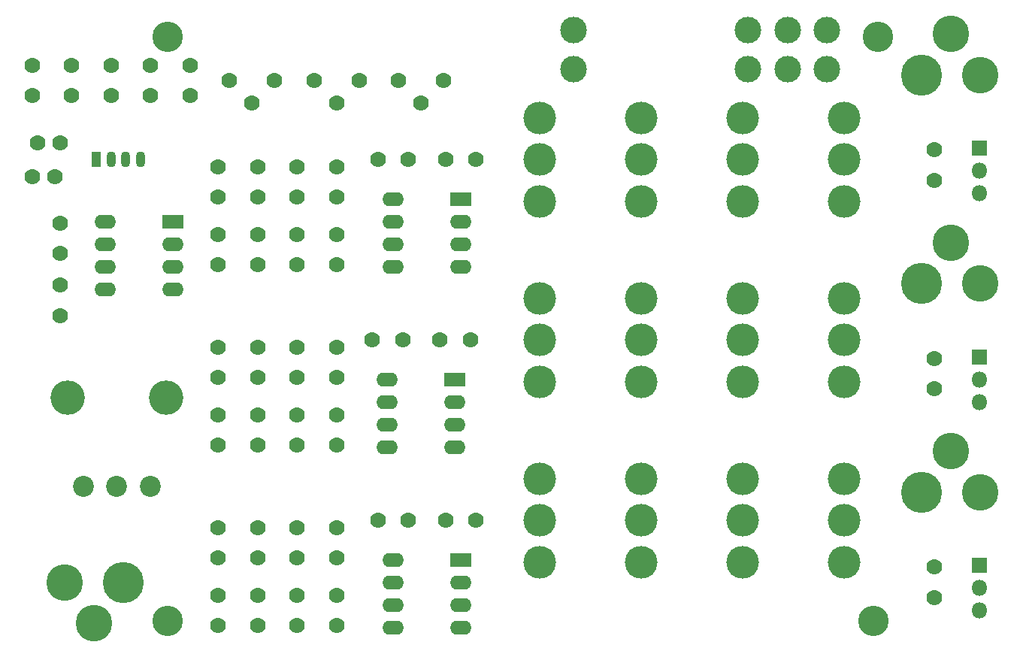
<source format=gbr>
G04 #@! TF.FileFunction,Soldermask,Bot*
%FSLAX46Y46*%
G04 Gerber Fmt 4.6, Leading zero omitted, Abs format (unit mm)*
G04 Created by KiCad (PCBNEW 4.0.6) date 06/23/17 11:54:59*
%MOMM*%
%LPD*%
G01*
G04 APERTURE LIST*
%ADD10C,0.100000*%
%ADD11C,3.429000*%
%ADD12C,1.778000*%
%ADD13R,1.070000X1.800000*%
%ADD14O,1.070000X1.800000*%
%ADD15R,1.800000X1.800000*%
%ADD16O,1.800000X1.800000*%
%ADD17C,2.362200*%
%ADD18C,3.860800*%
%ADD19C,3.000000*%
%ADD20C,1.016000*%
%ADD21R,2.400000X1.600000*%
%ADD22O,2.400000X1.600000*%
%ADD23C,4.114800*%
%ADD24C,4.622800*%
%ADD25C,3.683000*%
G04 APERTURE END LIST*
D10*
D11*
X106680000Y-117348000D03*
X186182000Y-117348000D03*
X186690000Y-51562000D03*
D12*
X94615000Y-63500000D03*
X92075000Y-63500000D03*
D13*
X98679000Y-65405000D03*
D14*
X100330000Y-65405000D03*
X101981000Y-65405000D03*
X103632000Y-65405000D03*
D12*
X91440000Y-67310000D03*
X93980000Y-67310000D03*
D15*
X198120000Y-64135000D03*
D16*
X198120000Y-66675000D03*
X198120000Y-69215000D03*
D15*
X198120000Y-87630000D03*
D16*
X198120000Y-90170000D03*
X198120000Y-92710000D03*
D15*
X198120000Y-111125000D03*
D16*
X198120000Y-113665000D03*
X198120000Y-116205000D03*
D12*
X125730000Y-69659500D03*
X125730000Y-66230500D03*
X121285000Y-66230500D03*
X121285000Y-69659500D03*
X116840000Y-69659500D03*
X116840000Y-66230500D03*
X112395000Y-66230500D03*
X112395000Y-69659500D03*
X121285000Y-73850500D03*
X121285000Y-77279500D03*
X116840000Y-77279500D03*
X116840000Y-73850500D03*
X112395000Y-73850500D03*
X112395000Y-77279500D03*
X125730000Y-89979500D03*
X125730000Y-86550500D03*
X121285000Y-86550500D03*
X121285000Y-89979500D03*
X116840000Y-89979500D03*
X116840000Y-86550500D03*
X112395000Y-86550500D03*
X112395000Y-89979500D03*
X125730000Y-97599500D03*
X125730000Y-94170500D03*
X121285000Y-94170500D03*
X121285000Y-97599500D03*
X116840000Y-97599500D03*
X116840000Y-94170500D03*
X112395000Y-94170500D03*
X112395000Y-97599500D03*
X125730000Y-110299500D03*
X125730000Y-106870500D03*
X121285000Y-106870500D03*
X121285000Y-110299500D03*
X116840000Y-110299500D03*
X116840000Y-106870500D03*
X112395000Y-106870500D03*
X112395000Y-110299500D03*
X125730000Y-117919500D03*
X125730000Y-114490500D03*
X121285000Y-114490500D03*
X121285000Y-117919500D03*
X116840000Y-117919500D03*
X116840000Y-114490500D03*
X112395000Y-114490500D03*
X112395000Y-117919500D03*
X137985500Y-65405000D03*
X141414500Y-65405000D03*
X137350500Y-85725000D03*
X140779500Y-85725000D03*
X137985500Y-106045000D03*
X141414500Y-106045000D03*
X130365500Y-65405000D03*
X133794500Y-65405000D03*
X129730500Y-85725000D03*
X133159500Y-85725000D03*
X130365500Y-106045000D03*
X133794500Y-106045000D03*
X193040000Y-67754500D03*
X193040000Y-64325500D03*
X193040000Y-91249500D03*
X193040000Y-87820500D03*
X193040000Y-114744500D03*
X193040000Y-111315500D03*
X109220000Y-54800500D03*
X109220000Y-58229500D03*
X104775000Y-58229500D03*
X104775000Y-54800500D03*
X100330000Y-54800500D03*
X100330000Y-58229500D03*
X94615000Y-72580500D03*
X94615000Y-76009500D03*
X94615000Y-82994500D03*
X94615000Y-79565500D03*
X95885000Y-58229500D03*
X95885000Y-54800500D03*
X91440000Y-54800500D03*
X91440000Y-58229500D03*
D17*
X100965000Y-102235000D03*
X97205800Y-102235000D03*
X104724200Y-102235000D03*
D18*
X95453200Y-92227400D03*
X106476800Y-92227400D03*
D19*
X180975000Y-55245000D03*
D20*
X180975000Y-55245000D03*
D19*
X176530000Y-55245000D03*
D20*
X176530000Y-55245000D03*
D19*
X172085000Y-55245000D03*
D20*
X172085000Y-55245000D03*
D19*
X180975000Y-50800000D03*
D20*
X180975000Y-50800000D03*
D19*
X176530000Y-50800000D03*
D20*
X176530000Y-50800000D03*
D19*
X172085000Y-50800000D03*
D20*
X172085000Y-50800000D03*
D19*
X152400000Y-50800000D03*
D20*
X152400000Y-50800000D03*
D19*
X152400000Y-55245000D03*
D20*
X152400000Y-55245000D03*
D21*
X139700000Y-69850000D03*
D22*
X132080000Y-77470000D03*
X139700000Y-72390000D03*
X132080000Y-74930000D03*
X139700000Y-74930000D03*
X132080000Y-72390000D03*
X139700000Y-77470000D03*
X132080000Y-69850000D03*
D21*
X139065000Y-90170000D03*
D22*
X131445000Y-97790000D03*
X139065000Y-92710000D03*
X131445000Y-95250000D03*
X139065000Y-95250000D03*
X131445000Y-92710000D03*
X139065000Y-97790000D03*
X131445000Y-90170000D03*
D21*
X139700000Y-110490000D03*
D22*
X132080000Y-118110000D03*
X139700000Y-113030000D03*
X132080000Y-115570000D03*
X139700000Y-115570000D03*
X132080000Y-113030000D03*
X139700000Y-118110000D03*
X132080000Y-110490000D03*
D12*
X116205000Y-59055000D03*
X118745000Y-56515000D03*
X113665000Y-56515000D03*
X125730000Y-59055000D03*
X128270000Y-56515000D03*
X123190000Y-56515000D03*
X135255000Y-59055000D03*
X137795000Y-56515000D03*
X132715000Y-56515000D03*
X125730000Y-77279500D03*
X125730000Y-73850500D03*
D21*
X107315000Y-72390000D03*
D22*
X99695000Y-80010000D03*
X107315000Y-74930000D03*
X99695000Y-77470000D03*
X107315000Y-77470000D03*
X99695000Y-74930000D03*
X107315000Y-80010000D03*
X99695000Y-72390000D03*
D23*
X95123000Y-113030000D03*
D24*
X101727000Y-113030000D03*
D23*
X98425000Y-117627400D03*
X198247000Y-102870000D03*
D24*
X191643000Y-102870000D03*
D23*
X194945000Y-98272600D03*
X198247000Y-79375000D03*
D24*
X191643000Y-79375000D03*
D23*
X194945000Y-74777600D03*
X198247000Y-55880000D03*
D24*
X191643000Y-55880000D03*
D23*
X194945000Y-51282600D03*
D25*
X182880000Y-110744000D03*
X182880000Y-106045000D03*
X182880000Y-101346000D03*
X171450000Y-110744000D03*
X171450000Y-106045000D03*
X171450000Y-101346000D03*
X160020000Y-110744000D03*
X160020000Y-106045000D03*
X160020000Y-101346000D03*
X148590000Y-110744000D03*
X148590000Y-106045000D03*
X148590000Y-101346000D03*
X182880000Y-90424000D03*
X182880000Y-85725000D03*
X182880000Y-81026000D03*
X171450000Y-90424000D03*
X171450000Y-85725000D03*
X171450000Y-81026000D03*
X160020000Y-90424000D03*
X160020000Y-85725000D03*
X160020000Y-81026000D03*
X148590000Y-90424000D03*
X148590000Y-85725000D03*
X148590000Y-81026000D03*
X182880000Y-70104000D03*
X182880000Y-65405000D03*
X182880000Y-60706000D03*
X171450000Y-70104000D03*
X171450000Y-65405000D03*
X171450000Y-60706000D03*
X160020000Y-70104000D03*
X160020000Y-65405000D03*
X160020000Y-60706000D03*
X148590000Y-70104000D03*
X148590000Y-65405000D03*
X148590000Y-60706000D03*
D11*
X106680000Y-51562000D03*
M02*

</source>
